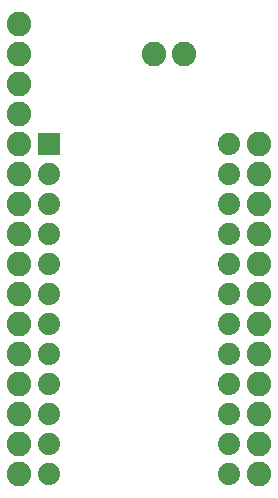
<source format=gbr>
G04 EAGLE Gerber RS-274X export*
G75*
%MOMM*%
%FSLAX34Y34*%
%LPD*%
%INSoldermask Top*%
%IPPOS*%
%AMOC8*
5,1,8,0,0,1.08239X$1,22.5*%
G01*
%ADD10R,1.879600X1.879600*%
%ADD11C,1.879600*%
%ADD12C,2.082800*%


D10*
X38100Y304800D03*
D11*
X38100Y279400D03*
X38100Y254000D03*
X38100Y228600D03*
X38100Y203200D03*
X38100Y177800D03*
X38100Y152400D03*
X38100Y127000D03*
X38100Y101600D03*
X38100Y76200D03*
X38100Y50800D03*
X38100Y25400D03*
X190500Y25400D03*
X190500Y50800D03*
X190500Y76200D03*
X190500Y101600D03*
X190500Y127000D03*
X190500Y152400D03*
X190500Y177800D03*
X190500Y203200D03*
X190500Y228600D03*
X190500Y254000D03*
X190500Y279400D03*
X190500Y304800D03*
D12*
X152400Y381000D03*
X127000Y381000D03*
X12700Y25400D03*
X12700Y50800D03*
X12700Y76200D03*
X12700Y101600D03*
X12700Y127000D03*
X12700Y152400D03*
X12700Y177800D03*
X12700Y203200D03*
X12700Y228600D03*
X12700Y254000D03*
X12700Y279400D03*
X12700Y304800D03*
X12700Y330200D03*
X12700Y355600D03*
X12700Y381000D03*
X12700Y406400D03*
X215900Y25400D03*
X215900Y50800D03*
X215900Y76200D03*
X215900Y101600D03*
X215900Y127000D03*
X215900Y152400D03*
X215900Y177800D03*
X215900Y203200D03*
X215900Y228600D03*
X215900Y254000D03*
X215900Y279400D03*
X215900Y304800D03*
M02*

</source>
